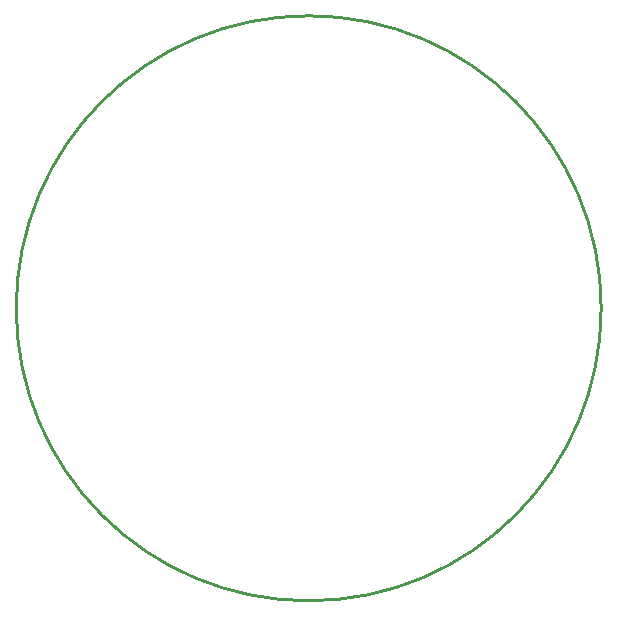
<source format=gbr>
G04 start of page 4 for group 2 idx 2 *
G04 Title: (unknown), outline *
G04 Creator: pcb 4.0.2 *
G04 CreationDate: Mon Feb 22 17:58:38 2021 UTC *
G04 For: ndholmes *
G04 Format: Gerber/RS-274X *
G04 PCB-Dimensions (mil): 2500.00 2500.00 *
G04 PCB-Coordinate-Origin: lower left *
%MOIN*%
%FSLAX25Y25*%
%LNOUTLINE*%
%ADD34C,0.0100*%
G54D34*X27500Y125000D02*G75*G03X27500Y125000I97500J0D01*G01*
M02*

</source>
